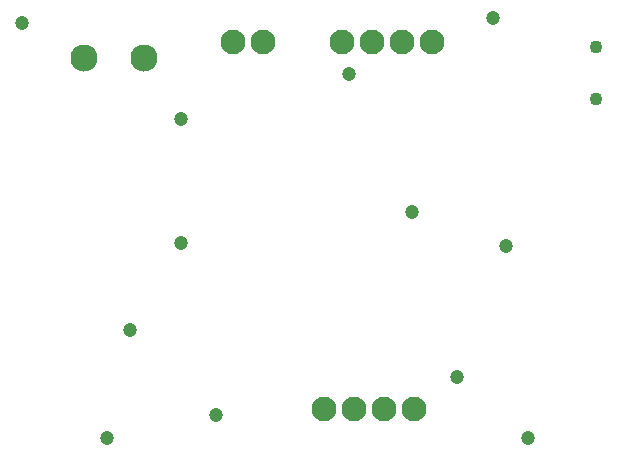
<source format=gbs>
G04*
G04 #@! TF.GenerationSoftware,Altium Limited,Altium Designer,22.9.1 (49)*
G04*
G04 Layer_Color=16711935*
%FSLAX44Y44*%
%MOMM*%
G71*
G04*
G04 #@! TF.SameCoordinates,24B0C1BF-96A6-467D-9BB2-DF91BAA7A13C*
G04*
G04*
G04 #@! TF.FilePolarity,Negative*
G04*
G01*
G75*
%ADD55C,2.3000*%
%ADD56C,1.1032*%
%ADD57C,2.1000*%
%ADD58C,1.2032*%
D55*
X77470Y354330D02*
D03*
X128270D02*
D03*
D56*
X510490Y363630D02*
D03*
Y319630D02*
D03*
D57*
X280670Y57150D02*
D03*
X306070D02*
D03*
X331470D02*
D03*
X356870D02*
D03*
X228600Y368300D02*
D03*
X203200D02*
D03*
X372110D02*
D03*
X346710D02*
D03*
X321310D02*
D03*
X295910D02*
D03*
D58*
X354629Y224482D02*
D03*
X301289Y341322D02*
D03*
X392729Y84782D02*
D03*
X434340Y195580D02*
D03*
X423209Y388312D02*
D03*
X24429Y384502D02*
D03*
X159049Y303222D02*
D03*
Y197812D02*
D03*
X115869Y124152D02*
D03*
X96819Y32712D02*
D03*
X189230Y52070D02*
D03*
X453390Y33020D02*
D03*
M02*

</source>
